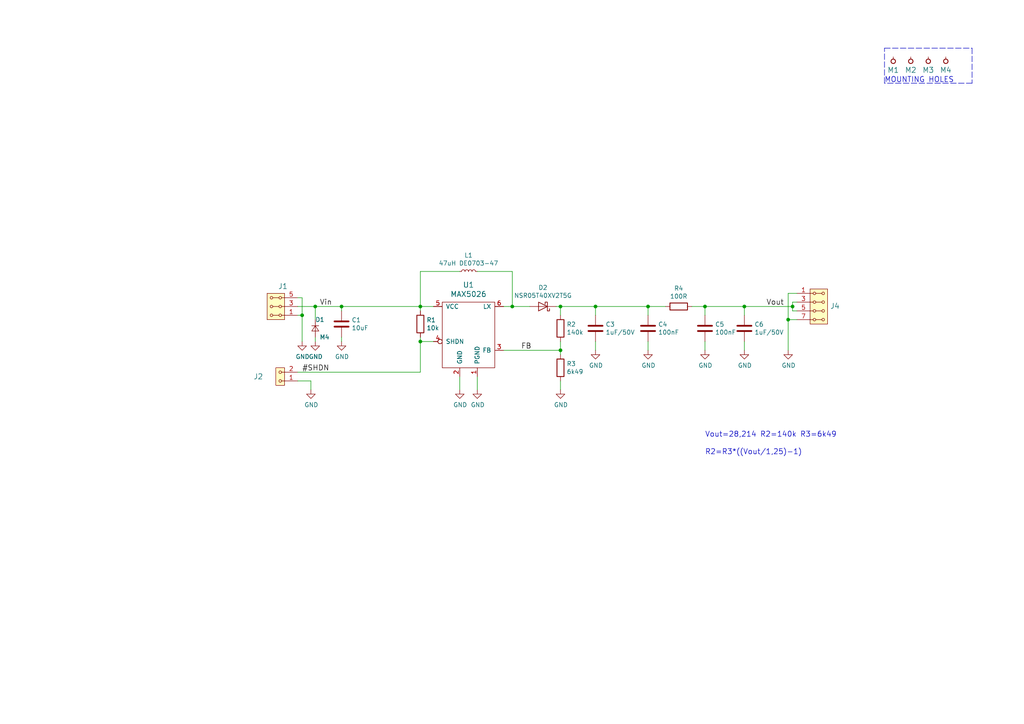
<source format=kicad_sch>
(kicad_sch (version 20211123) (generator eeschema)
  (paper "A4")
  (title_block (title "STEPUPDC02A") (date "2021-12-25") (rev "REV") (company "Mlab www.mlab.cz") (comment 1 "VERSION") (comment 2 "upconverting voltage source") (comment 3 "jacho <jacho@mlab.cz>"))
  (lib_symbols
    (symbol "STEPUPDC01A-rescue:C-Device" (pin_numbers hide) (pin_names (offset 0.254))
      (property "Reference" "C" (at 0.635 2.54 0))
      (property "Value" "C-Device" (at 0.635 -2.54 0))
      (symbol "C-Device_0_1"
        (polyline (pts (xy -2.032 -0.762) (xy 2.032 -0.762)) (stroke (width 0.508)))
        (polyline (pts (xy -2.032 0.762) (xy 2.032 0.762)) (stroke (width 0.508)))
      )
      (symbol "C-Device_1_1"
        (pin passive line (at 0 3.81 270) (length 2.794) (name "~") (number "1"))
        (pin passive line (at 0 -3.81 90) (length 2.794) (name "~") (number "2"))
      )
    )
    (symbol "STEPUPDC01A-rescue:D_Schottky-Device" (pin_numbers hide) (pin_names (offset 1.016) hide)
      (property "Reference" "D" (at 0 2.54 0))
      (property "Value" "D_Schottky-Device" (at 0 -2.54 0))
      (symbol "D_Schottky-Device_0_1"
        (polyline (pts (xy 1.27 0) (xy -1.27 0)))
        (polyline (pts (xy 1.27 1.27) (xy 1.27 -1.27) (xy -1.27 0) (xy 1.27 1.27)) (stroke (width 0.2032)))
        (polyline (pts (xy -1.905 0.635) (xy -1.905 1.27) (xy -1.27 1.27) (xy -1.27 -1.27) (xy -0.635 -1.27) (xy -0.635 -0.635)) (stroke (width 0.2032)))
      )
      (symbol "D_Schottky-Device_1_1"
        (pin passive line (at -3.81 0 0) (length 2.54) (name "K") (number "1"))
        (pin passive line (at 3.81 0 180) (length 2.54) (name "A") (number "2"))
      )
    )
    (symbol "STEPUPDC01A-rescue:D_Small-Device" (pin_numbers hide) (pin_names (offset 0.254) hide)
      (property "Reference" "D" (at -1.27 2.032 0))
      (property "Value" "D_Small-Device" (at -3.81 -2.032 0))
      (symbol "D_Small-Device_0_1"
        (polyline (pts (xy -0.762 -1.016) (xy -0.762 1.016)))
        (polyline (pts (xy -0.762 0) (xy 0.762 0)))
        (polyline (pts (xy 0.762 -1.016) (xy -0.762 0) (xy 0.762 1.016) (xy 0.762 -1.016)))
      )
      (symbol "D_Small-Device_1_1"
        (pin passive line (at -2.54 0 0) (length 1.778) (name "K") (number "1"))
        (pin passive line (at 2.54 0 180) (length 1.778) (name "A") (number "2"))
      )
    )
    (symbol "STEPUPDC01A-rescue:GND-power" (power) (pin_names (offset 0))
      (property "Value" "GND-power" (at 0 -3.81 0))
      (symbol "GND-power_0_1"
        (polyline (pts (xy 0 0) (xy 0 -1.27) (xy 1.27 -1.27) (xy 0 -2.54) (xy -1.27 -1.27) (xy 0 -1.27)))
      )
      (symbol "GND-power_1_1"
        (pin power_in line (at 0 0 270) (length 0) hide (name "GND") (number "1"))
      )
    )
    (symbol "STEPUPDC01A-rescue:HEADER_1x02-MLAB_HEADER" (pin_names (offset 1.016))
      (property "Reference" "J" (at 0 -3.81 0))
      (property "Value" "HEADER_1x02-MLAB_HEADER" (at 0 3.81 0))
      (symbol "HEADER_1x02-MLAB_HEADER_0_1"
        (rectangle (start -1.27 2.54) (end 1.27 -2.54) (fill (type background)))
        (circle (center 0 -1.27) (radius 0.381))
        (polyline (pts (xy -1.27 -1.27) (xy -0.381 -1.27)))
        (polyline (pts (xy -1.27 1.27) (xy -0.381 1.27)))
        (circle (center 0 1.27) (radius 0.381))
      )
      (symbol "HEADER_1x02-MLAB_HEADER_1_1"
        (pin input line (at -5.08 1.27 0) (length 3.81) (name "~") (number "1"))
        (pin input line (at -5.08 -1.27 0) (length 3.81) (name "~") (number "2"))
      )
    )
    (symbol "STEPUPDC01A-rescue:HEADER_2x03_PARALLEL-MLAB_HEADER" (pin_names (offset 1.016))
      (property "Reference" "J" (at 0 -5.08 0))
      (property "Value" "HEADER_2x03_PARALLEL-MLAB_HEADER" (at 0 5.08 0))
      (symbol "HEADER_2x03_PARALLEL-MLAB_HEADER_0_1"
        (rectangle (start -2.54 3.81) (end 2.54 -3.81) (fill (type background)))
        (circle (center -1.27 -2.54) (radius 0.381))
        (circle (center -1.27 0) (radius 0.381))
        (circle (center -1.27 2.54) (radius 0.381))
        (polyline (pts (xy -1.651 -2.54) (xy -2.54 -2.54)))
        (polyline (pts (xy -1.651 0) (xy -2.54 0)))
        (polyline (pts (xy -1.651 2.54) (xy -2.54 2.54)))
        (polyline (pts (xy -0.889 -2.54) (xy 0.889 -2.54)))
        (polyline (pts (xy -0.889 0) (xy 0.889 0)))
        (polyline (pts (xy -0.889 2.54) (xy 0.889 2.54)))
        (circle (center 1.27 -2.54) (radius 0.381))
        (circle (center 1.27 0) (radius 0.381))
        (circle (center 1.27 2.54) (radius 0.381))
      )
      (symbol "HEADER_2x03_PARALLEL-MLAB_HEADER_1_1"
        (pin input line (at -6.35 2.54 0) (length 3.81) (name "~") (number "1"))
        (pin input line (at -6.35 2.54 0) (length 3.81) hide (name "~") (number "2"))
        (pin input line (at -6.35 0 0) (length 3.81) (name "~") (number "3"))
        (pin input line (at -6.35 0 0) (length 3.81) hide (name "~") (number "4"))
        (pin input line (at -6.35 -2.54 0) (length 3.81) (name "~") (number "5"))
        (pin input line (at -6.35 -2.54 0) (length 3.81) hide (name "~") (number "6"))
      )
    )
    (symbol "STEPUPDC01A-rescue:HEADER_2x04_PARALLEL-MLAB_HEADER" (pin_names (offset 1.016))
      (property "Reference" "J" (at 0 -6.35 0))
      (property "Value" "HEADER_2x04_PARALLEL-MLAB_HEADER" (at 0 6.35 0))
      (symbol "HEADER_2x04_PARALLEL-MLAB_HEADER_0_1"
        (rectangle (start -2.54 5.08) (end 2.54 -5.08) (fill (type background)))
        (circle (center -1.27 -3.81) (radius 0.381))
        (circle (center -1.27 -1.27) (radius 0.381))
        (circle (center -1.27 1.27) (radius 0.381))
        (circle (center -1.27 3.81) (radius 0.381))
        (polyline (pts (xy -1.651 -3.81) (xy -2.54 -3.81)))
        (polyline (pts (xy -1.651 -1.27) (xy -2.54 -1.27)))
        (polyline (pts (xy -1.651 1.27) (xy -2.54 1.27)))
        (polyline (pts (xy -1.651 3.81) (xy -2.54 3.81)))
        (polyline (pts (xy -0.889 -3.81) (xy 0.889 -3.81)))
        (polyline (pts (xy -0.889 -1.27) (xy 0.889 -1.27)))
        (polyline (pts (xy -0.889 1.27) (xy 0.889 1.27)))
        (polyline (pts (xy -0.889 3.81) (xy 0.889 3.81)))
        (circle (center 1.27 -3.81) (radius 0.381))
        (circle (center 1.27 -1.27) (radius 0.381))
        (circle (center 1.27 1.27) (radius 0.381))
        (circle (center 1.27 3.81) (radius 0.381))
      )
      (symbol "HEADER_2x04_PARALLEL-MLAB_HEADER_1_1"
        (pin input line (at -6.35 3.81 0) (length 3.81) (name "~") (number "1"))
        (pin input line (at -6.35 3.81 0) (length 3.81) hide (name "~") (number "2"))
        (pin input line (at -6.35 1.27 0) (length 3.81) (name "~") (number "3"))
        (pin input line (at -6.35 1.27 0) (length 3.81) hide (name "~") (number "4"))
        (pin input line (at -6.35 -1.27 0) (length 3.81) (name "~") (number "5"))
        (pin input line (at -6.35 -1.27 0) (length 3.81) hide (name "~") (number "6"))
        (pin input line (at -6.35 -3.81 0) (length 3.81) (name "~") (number "7"))
        (pin input line (at -6.35 -3.81 0) (length 3.81) hide (name "~") (number "8"))
      )
    )
    (symbol "STEPUPDC01A-rescue:HOLE-MLAB_MECHANICAL" (pin_numbers hide) (pin_names (offset 1.016) hide)
      (property "Reference" "M" (at 0 2.54 0))
      (property "Value" "HOLE-MLAB_MECHANICAL" (at 0 -2.54 0))
      (symbol "HOLE-MLAB_MECHANICAL_0_1"
        (circle (center 0 0) (radius 0.635) (stroke (width 0.254)))
      )
      (symbol "HOLE-MLAB_MECHANICAL_1_1"
        (pin input line (at 1.27 0 180) (length 0.635) (name "~") (number "1"))
      )
    )
    (symbol "STEPUPDC01A-rescue:L_Small-Device" (pin_numbers hide) (pin_names (offset 0.254) hide)
      (property "Reference" "L" (at 0.762 1.016 0))
      (property "Value" "L_Small-Device" (at 0.762 -1.016 0))
      (symbol "L_Small-Device_0_1"
        (arc (start 0 -2.032) (mid 0.508 -1.524) (end 0 -1.016))
        (arc (start 0 -1.016) (mid 0.508 -0.508) (end 0 0))
        (arc (start 0 0) (mid 0.508 0.508) (end 0 1.016))
        (arc (start 0 1.016) (mid 0.508 1.524) (end 0 2.032))
      )
      (symbol "L_Small-Device_1_1"
        (pin passive line (at 0 2.54 270) (length 0.508) (name "~") (number "1"))
        (pin passive line (at 0 -2.54 90) (length 0.508) (name "~") (number "2"))
      )
    )
    (symbol "STEPUPDC01A-rescue:MAX5026-MLAB_IO" (pin_names (offset 1.016))
      (property "Reference" "U" (at -5.08 10.16 0))
      (property "Value" "MAX5026-MLAB_IO" (at 1.27 2.54 0))
      (symbol "MAX5026-MLAB_IO_0_1"
        (rectangle (start -7.62 8.89) (end 7.62 -10.16))
      )
      (symbol "MAX5026-MLAB_IO_1_1"
        (pin unspecified line (at 2.54 -12.7 90) (length 2.54) (name "PGND") (number "1"))
        (pin unspecified line (at -2.54 -12.7 90) (length 2.54) (name "GND") (number "2"))
        (pin unspecified line (at 10.16 -5.08 180) (length 2.54) (name "FB") (number "3"))
        (pin unspecified inverted (at -10.16 -2.54 0) (length 2.54) (name "SHDN") (number "4"))
        (pin unspecified line (at -10.16 7.62 0) (length 2.54) (name "VCC") (number "5"))
        (pin unspecified line (at 10.16 7.62 180) (length 2.54) (name "LX") (number "6"))
      )
    )
    (symbol "STEPUPDC01A-rescue:R-Device" (pin_numbers hide) (pin_names (offset 0))
      (property "Reference" "R" (at 2.032 0 90))
      (property "Value" "R-Device" (at 0 0 90))
      (symbol "R-Device_0_1"
        (rectangle (start -1.016 -2.54) (end 1.016 2.54) (stroke (width 0.254)))
      )
      (symbol "R-Device_1_1"
        (pin passive line (at 0 3.81 270) (length 1.27) (name "~") (number "1"))
        (pin passive line (at 0 -3.81 90) (length 1.27) (name "~") (number "2"))
      )
    )
  )
  (junction (at 172.72 88.9))
  (junction (at 87.63 91.44))
  (junction (at 121.92 99.06))
  (junction (at 148.59 88.9))
  (junction (at 121.92 88.9))
  (junction (at 99.06 88.9))
  (junction (at 215.9 88.9))
  (junction (at 187.96 88.9))
  (junction (at 162.56 101.6))
  (junction (at 162.56 88.9))
  (junction (at 229.87 88.9))
  (junction (at 204.47 88.9))
  (junction (at 91.44 88.9))
  (junction (at 228.6 92.71))
  (wire (pts (xy 87.63 91.44) (xy 87.63 99.06)))
  (wire (pts (xy 91.44 92.71) (xy 91.44 88.9)))
  (wire (pts (xy 121.92 78.74) (xy 121.92 88.9)))
  (wire (pts (xy 172.72 91.44) (xy 172.72 88.9)))
  (wire (pts (xy 172.72 88.9) (xy 187.96 88.9)))
  (wire (pts (xy 228.6 92.71) (xy 228.6 101.6)))
  (wire (pts (xy 91.44 99.06) (xy 91.44 97.79)))
  (wire (pts (xy 172.72 101.6) (xy 172.72 99.06)))
  (wire (pts (xy 231.14 90.17) (xy 229.87 90.17)))
  (wire (pts (xy 121.92 99.06) (xy 121.92 97.79)))
  (wire (pts (xy 99.06 88.9) (xy 99.06 90.17)))
  (wire (pts (xy 148.59 78.74) (xy 148.59 88.9)))
  (wire (pts (xy 229.87 90.17) (xy 229.87 88.9)))
  (wire (pts (xy 148.59 88.9) (xy 153.67 88.9)))
  (wire (pts (xy 162.56 88.9) (xy 172.72 88.9)))
  (wire (pts (xy 162.56 99.06) (xy 162.56 101.6)))
  (polyline (pts (xy 281.94 13.97) (xy 281.94 24.13)))
  (wire (pts (xy 215.9 88.9) (xy 215.9 91.44)))
  (wire (pts (xy 121.92 88.9) (xy 121.92 90.17)))
  (wire (pts (xy 161.29 88.9) (xy 162.56 88.9)))
  (wire (pts (xy 231.14 85.09) (xy 228.6 85.09)))
  (polyline (pts (xy 256.54 13.97) (xy 281.94 13.97)))
  (wire (pts (xy 215.9 101.6) (xy 215.9 99.06)))
  (wire (pts (xy 121.92 107.95) (xy 121.92 99.06)))
  (wire (pts (xy 87.63 86.36) (xy 87.63 91.44)))
  (wire (pts (xy 138.43 78.74) (xy 148.59 78.74)))
  (wire (pts (xy 231.14 92.71) (xy 228.6 92.71)))
  (wire (pts (xy 146.05 101.6) (xy 162.56 101.6)))
  (wire (pts (xy 125.73 99.06) (xy 121.92 99.06)))
  (wire (pts (xy 91.44 88.9) (xy 99.06 88.9)))
  (wire (pts (xy 229.87 88.9) (xy 229.87 87.63)))
  (wire (pts (xy 187.96 101.6) (xy 187.96 99.06)))
  (wire (pts (xy 200.66 88.9) (xy 204.47 88.9)))
  (wire (pts (xy 162.56 101.6) (xy 162.56 102.87)))
  (wire (pts (xy 187.96 88.9) (xy 193.04 88.9)))
  (wire (pts (xy 99.06 88.9) (xy 121.92 88.9)))
  (wire (pts (xy 229.87 88.9) (xy 215.9 88.9)))
  (wire (pts (xy 204.47 88.9) (xy 215.9 88.9)))
  (wire (pts (xy 162.56 88.9) (xy 162.56 91.44)))
  (wire (pts (xy 86.36 88.9) (xy 91.44 88.9)))
  (wire (pts (xy 133.35 113.03) (xy 133.35 109.22)))
  (wire (pts (xy 90.17 110.49) (xy 90.17 113.03)))
  (polyline (pts (xy 281.94 24.13) (xy 256.54 24.13)))
  (wire (pts (xy 228.6 85.09) (xy 228.6 92.71)))
  (wire (pts (xy 133.35 78.74) (xy 121.92 78.74)))
  (wire (pts (xy 121.92 88.9) (xy 125.73 88.9)))
  (wire (pts (xy 146.05 88.9) (xy 148.59 88.9)))
  (wire (pts (xy 162.56 110.49) (xy 162.56 113.03)))
  (wire (pts (xy 204.47 101.6) (xy 204.47 99.06)))
  (wire (pts (xy 229.87 87.63) (xy 231.14 87.63)))
  (wire (pts (xy 87.63 86.36) (xy 86.36 86.36)))
  (wire (pts (xy 187.96 91.44) (xy 187.96 88.9)))
  (wire (pts (xy 99.06 99.06) (xy 99.06 97.79)))
  (wire (pts (xy 138.43 113.03) (xy 138.43 109.22)))
  (wire (pts (xy 86.36 107.95) (xy 121.92 107.95)))
  (wire (pts (xy 204.47 91.44) (xy 204.47 88.9)))
  (wire (pts (xy 86.36 110.49) (xy 90.17 110.49)))
  (polyline (pts (xy 256.54 24.13) (xy 256.54 13.97)))
  (wire (pts (xy 86.36 91.44) (xy 87.63 91.44)))
  (text "R2=R3*((Vout/1,25)-1)" (at 204.47 132.08 0) (effects (font (size 1.524 1.524)) (justify left bottom)))
  (text "Vout=28,214 R2=140k R3=6k49" (at 204.47 127 0) (effects (font (size 1.524 1.524)) (justify left bottom)))
  (text "MOUNTING HOLES" (at 256.54 24.13 0) (effects (font (size 1.524 1.524)) (justify left bottom)))
  (label "Vout" (at 222.25 88.9 0) (effects (font (size 1.524 1.524))))
  (label "#SHDN" (at 87.63 107.95 0) (effects (font (size 1.524 1.524))))
  (label "Vin" (at 92.71 88.9 0) (effects (font (size 1.524 1.524))))
  (label "FB" (at 151.13 101.6 0) (effects (font (size 1.524 1.524))))
  (symbol (lib_id "STEPUPDC01A-rescue:HOLE-MLAB_MECHANICAL") (at 259.08 17.78 90) (unit 1)
    (property "Reference" "M1" (at 259.08 20.32 90) (effects (font (size 1.524 1.524))))
    (property "Value" "HOLE" (effects hide))
    (property "Footprint" "Mlab_Mechanical:MountingHole_3mm" (effects hide))
  )
  (symbol (lib_id "STEPUPDC01A-rescue:HOLE-MLAB_MECHANICAL") (at 264.16 17.78 90) (unit 1)
    (property "Reference" "M2" (at 264.16 20.32 90) (effects (font (size 1.524 1.524))))
    (property "Value" "HOLE" (effects hide))
    (property "Footprint" "Mlab_Mechanical:MountingHole_3mm" (effects hide))
  )
  (symbol (lib_id "STEPUPDC01A-rescue:HOLE-MLAB_MECHANICAL") (at 269.24 17.78 90) (unit 1)
    (property "Reference" "M3" (at 269.24 20.32 90) (effects (font (size 1.524 1.524))))
    (property "Value" "HOLE" (effects hide))
    (property "Footprint" "Mlab_Mechanical:MountingHole_3mm" (effects hide))
  )
  (symbol (lib_id "STEPUPDC01A-rescue:HOLE-MLAB_MECHANICAL") (at 274.32 17.78 90) (unit 1)
    (property "Reference" "M4" (at 274.32 20.32 90) (effects (font (size 1.524 1.524))))
    (property "Value" "HOLE" (effects hide))
    (property "Footprint" "Mlab_Mechanical:MountingHole_3mm" (effects hide))
  )
  (symbol (lib_id "STEPUPDC01A-rescue:D_Small-Device") (at 91.44 95.25 90) (mirror x) (unit 1)
    (property "Reference" "D1" (at 91.44 92.71 90) (effects (justify right)))
    (property "Value" "M4" (at 92.71 97.79 90) (effects (justify right)))
    (property "Footprint" "Mlab_D:Diode-SMA_Standard" (effects hide))
  )
  (symbol (lib_id "STEPUPDC01A-rescue:MAX5026-MLAB_IO") (at 135.89 96.52 0) (unit 1)
    (property "Reference" "U1" (at 135.89 82.6262 0) (effects (font (size 1.524 1.524))))
    (property "Value" "MAX5026" (at 135.89 85.3186 0) (effects (font (size 1.524 1.524))))
    (property "Footprint" "Package_TO_SOT_SMD:SOT-23-6_Handsoldering" (effects hide))
    (property "Datasheet" "https://datasheets.maximintegrated.com/en/ds/MAX5025-MAX5028.pdf" (effects hide))
  )
  (symbol (lib_id "STEPUPDC01A-rescue:D_Schottky-Device") (at 157.48 88.9 180) (unit 1)
    (property "Reference" "D2" (at 157.48 83.4136 0))
    (property "Value" "NSR05T40XV2T5G" (at 157.48 85.725 0))
    (property "Footprint" "Diode_SMD:D_SOD-523" (effects hide))
    (property "Datasheet" "https://www.onsemi.com/pdf/datasheet/nsr05t40xv2-d.pdf" (effects hide))
  )
  (symbol (lib_id "STEPUPDC01A-rescue:L_Small-Device") (at 135.89 78.74 90) (unit 1)
    (property "Reference" "L1" (at 135.89 74.041 90))
    (property "Value" "47uH DE0703-47" (at 135.89 76.3524 90))
    (property "Footprint" "Mlab_L:DE0703" (effects hide))
    (property "MFPN" "DE0703-47" (effects hide))
  )
  (symbol (lib_id "STEPUPDC01A-rescue:C-Device") (at 99.06 93.98 0) (unit 1)
    (property "Reference" "C1" (at 101.981 92.8116 0) (effects (justify left)))
    (property "Value" "10uF" (at 101.981 95.123 0) (effects (justify left)))
    (property "Footprint" "Mlab_R:SMD-0805" (effects hide))
  )
  (symbol (lib_id "STEPUPDC01A-rescue:R-Device") (at 121.92 93.98 0) (unit 1)
    (property "Reference" "R1" (at 123.698 92.8116 0) (effects (justify left)))
    (property "Value" "10k" (at 123.698 95.123 0) (effects (justify left)))
    (property "Footprint" "Mlab_R:SMD-0805" (effects hide))
  )
  (symbol (lib_id "STEPUPDC01A-rescue:R-Device") (at 162.56 106.68 0) (unit 1)
    (property "Reference" "R3" (at 164.338 105.5116 0) (effects (justify left)))
    (property "Value" "6k49" (at 164.338 107.823 0) (effects (justify left)))
    (property "Footprint" "Mlab_R:SMD-0805" (effects hide))
  )
  (symbol (lib_id "STEPUPDC01A-rescue:C-Device") (at 172.72 95.25 0) (unit 1)
    (property "Reference" "C3" (at 175.641 94.0816 0) (effects (justify left)))
    (property "Value" "1uF/50V" (at 175.641 96.393 0) (effects (justify left)))
    (property "Footprint" "Mlab_R:SMD-0805" (effects hide))
  )
  (symbol (lib_id "STEPUPDC01A-rescue:R-Device") (at 196.85 88.9 270) (unit 1)
    (property "Reference" "R4" (at 196.85 83.6422 90))
    (property "Value" "100R" (at 196.85 85.9536 90))
    (property "Footprint" "Mlab_R:SMD-0805" (effects hide))
  )
  (symbol (lib_id "STEPUPDC01A-rescue:C-Device") (at 187.96 95.25 0) (unit 1)
    (property "Reference" "C4" (at 190.881 94.0816 0) (effects (justify left)))
    (property "Value" "100nF" (at 190.881 96.393 0) (effects (justify left)))
    (property "Footprint" "Mlab_R:SMD-0805" (effects hide))
  )
  (symbol (lib_id "STEPUPDC01A-rescue:C-Device") (at 204.47 95.25 0) (unit 1)
    (property "Reference" "C5" (at 207.391 94.0816 0) (effects (justify left)))
    (property "Value" "100nF" (at 207.391 96.393 0) (effects (justify left)))
    (property "Footprint" "Mlab_R:SMD-0805" (effects hide))
  )
  (symbol (lib_id "STEPUPDC01A-rescue:C-Device") (at 215.9 95.25 0) (unit 1)
    (property "Reference" "C6" (at 218.821 94.0816 0) (effects (justify left)))
    (property "Value" "1uF/50V" (at 218.821 96.393 0) (effects (justify left)))
    (property "Footprint" "Mlab_R:SMD-0805" (effects hide))
  )
  (symbol (lib_id "STEPUPDC01A-rescue:R-Device") (at 162.56 95.25 0) (unit 1)
    (property "Reference" "R2" (at 164.338 94.0816 0) (effects (justify left)))
    (property "Value" "140k" (at 164.338 96.393 0) (effects (justify left)))
    (property "Footprint" "Mlab_R:SMD-0805" (effects hide))
  )
  (symbol (lib_id "STEPUPDC01A-rescue:GND-power") (at 99.06 99.06 0) (unit 1)
    (property "Reference" "#PWR0101" (effects hide))
    (property "Value" "GND" (at 99.187 103.4542 0))
  )
  (symbol (lib_id "STEPUPDC01A-rescue:HEADER_2x03_PARALLEL-MLAB_HEADER") (at 80.01 88.9 180) (unit 1)
    (property "Reference" "J1" (at 82.0674 83.0326 0) (effects (font (size 1.524 1.524))))
    (property "Value" "HEADER_2x03_PARALLEL" (effects hide))
    (property "Footprint" "Mlab_Pin_Headers:Straight_2x03" (effects hide))
  )
  (symbol (lib_id "STEPUPDC01A-rescue:HEADER_1x02-MLAB_HEADER") (at 81.28 109.22 180) (unit 1)
    (property "Reference" "J2" (at 74.93 109.22 0) (effects (font (size 1.524 1.524))))
    (property "Value" "HEADER_1x02" (effects hide))
    (property "Footprint" "Mlab_Pin_Headers:Straight_1x02" (effects hide))
  )
  (symbol (lib_id "STEPUPDC01A-rescue:GND-power") (at 90.17 113.03 0) (unit 1)
    (property "Reference" "#PWR0103" (effects hide))
    (property "Value" "GND" (at 90.297 117.4242 0))
  )
  (symbol (lib_id "STEPUPDC01A-rescue:GND-power") (at 133.35 113.03 0) (unit 1)
    (property "Reference" "#PWR0104" (effects hide))
    (property "Value" "GND" (at 133.477 117.4242 0))
  )
  (symbol (lib_id "STEPUPDC01A-rescue:GND-power") (at 138.43 113.03 0) (unit 1)
    (property "Reference" "#PWR0105" (effects hide))
    (property "Value" "GND" (at 138.557 117.4242 0))
  )
  (symbol (lib_id "STEPUPDC01A-rescue:GND-power") (at 162.56 113.03 0) (unit 1)
    (property "Reference" "#PWR0106" (effects hide))
    (property "Value" "GND" (at 162.687 117.4242 0))
  )
  (symbol (lib_id "STEPUPDC01A-rescue:GND-power") (at 172.72 101.6 0) (unit 1)
    (property "Reference" "#PWR0107" (effects hide))
    (property "Value" "GND" (at 172.847 105.9942 0))
  )
  (symbol (lib_id "STEPUPDC01A-rescue:GND-power") (at 187.96 101.6 0) (unit 1)
    (property "Reference" "#PWR0108" (effects hide))
    (property "Value" "GND" (at 188.087 105.9942 0))
  )
  (symbol (lib_id "STEPUPDC01A-rescue:GND-power") (at 204.47 101.6 0) (unit 1)
    (property "Reference" "#PWR0109" (effects hide))
    (property "Value" "GND" (at 204.597 105.9942 0))
  )
  (symbol (lib_id "STEPUPDC01A-rescue:GND-power") (at 215.9 101.6 0) (unit 1)
    (property "Reference" "#PWR0110" (effects hide))
    (property "Value" "GND" (at 216.027 105.9942 0))
  )
  (symbol (lib_id "STEPUPDC01A-rescue:GND-power") (at 91.44 99.06 0) (unit 1)
    (property "Reference" "#PWR0111" (effects hide))
    (property "Value" "GND" (at 91.567 103.4542 0))
  )
  (symbol (lib_id "STEPUPDC01A-rescue:GND-power") (at 87.63 99.06 0) (unit 1)
    (property "Reference" "#PWR0112" (effects hide))
    (property "Value" "GND" (at 87.757 103.4542 0))
  )
  (symbol (lib_id "STEPUPDC01A-rescue:HEADER_2x04_PARALLEL-MLAB_HEADER") (at 237.49 88.9 0) (unit 1)
    (property "Reference" "J4" (at 240.7412 88.773 0) (effects (font (size 1.524 1.524)) (justify left)))
    (property "Value" "HEADER_2x04_PARALLEL" (effects hide))
    (property "Footprint" "Mlab_Pin_Headers:Straight_2x04" (effects hide))
  )
  (symbol (lib_id "STEPUPDC01A-rescue:GND-power") (at 228.6 101.6 0) (unit 1)
    (property "Reference" "#PWR0113" (effects hide))
    (property "Value" "GND" (at 228.727 105.9942 0))
  )
)
</source>
